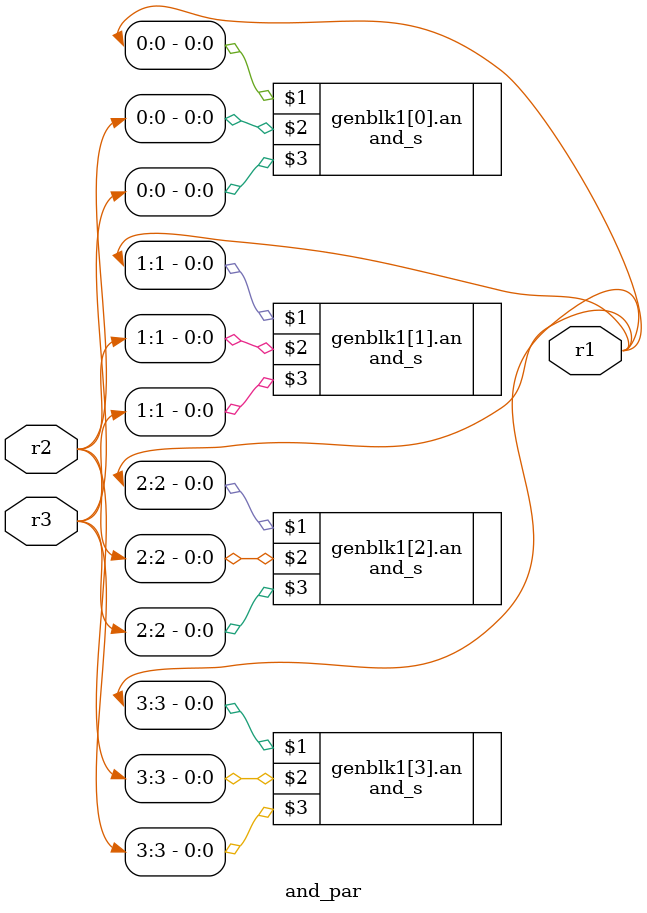
<source format=v>
`timescale 1ns / 1ps


module and_par #(parameter n = 4) (r1,r2,r3);

input [n-1:0] r2,r3;
output [n-1:0] r1;

genvar i;
generate
    for (i=0; i<n; i=i+1)
    begin
        and_s an(r1[i],r2[i],r3[i]);
    end
endgenerate

endmodule

</source>
